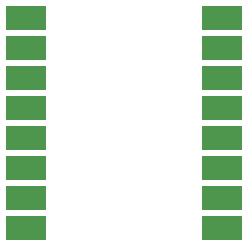
<source format=gbs>
G04 #@! TF.GenerationSoftware,KiCad,Pcbnew,8.0.2-1*
G04 #@! TF.CreationDate,2024-11-27T21:54:45+07:00*
G04 #@! TF.ProjectId,v1,76312e6b-6963-4616-945f-706362585858,rev?*
G04 #@! TF.SameCoordinates,Original*
G04 #@! TF.FileFunction,Soldermask,Bot*
G04 #@! TF.FilePolarity,Negative*
%FSLAX46Y46*%
G04 Gerber Fmt 4.6, Leading zero omitted, Abs format (unit mm)*
G04 Created by KiCad (PCBNEW 8.0.2-1) date 2024-11-27 21:54:45*
%MOMM*%
%LPD*%
G01*
G04 APERTURE LIST*
G04 Aperture macros list*
%AMRoundRect*
0 Rectangle with rounded corners*
0 $1 Rounding radius*
0 $2 $3 $4 $5 $6 $7 $8 $9 X,Y pos of 4 corners*
0 Add a 4 corners polygon primitive as box body*
4,1,4,$2,$3,$4,$5,$6,$7,$8,$9,$2,$3,0*
0 Add four circle primitives for the rounded corners*
1,1,$1+$1,$2,$3*
1,1,$1+$1,$4,$5*
1,1,$1+$1,$6,$7*
1,1,$1+$1,$8,$9*
0 Add four rect primitives between the rounded corners*
20,1,$1+$1,$2,$3,$4,$5,0*
20,1,$1+$1,$4,$5,$6,$7,0*
20,1,$1+$1,$6,$7,$8,$9,0*
20,1,$1+$1,$8,$9,$2,$3,0*%
G04 Aperture macros list end*
%ADD10RoundRect,0.102000X1.625000X0.952500X-1.625000X0.952500X-1.625000X-0.952500X1.625000X-0.952500X0*%
G04 APERTURE END LIST*
D10*
X151550000Y-83500000D03*
X151550000Y-86040000D03*
X151550000Y-88580000D03*
X151550000Y-91120000D03*
X151550000Y-93660000D03*
X151550000Y-96200000D03*
X151550000Y-98740000D03*
X151550000Y-101280000D03*
X134950000Y-101280000D03*
X134950000Y-98740000D03*
X134950000Y-96200000D03*
X134950000Y-93660000D03*
X134950000Y-91120000D03*
X134950000Y-88580000D03*
X134950000Y-86040000D03*
X134950000Y-83500000D03*
M02*

</source>
